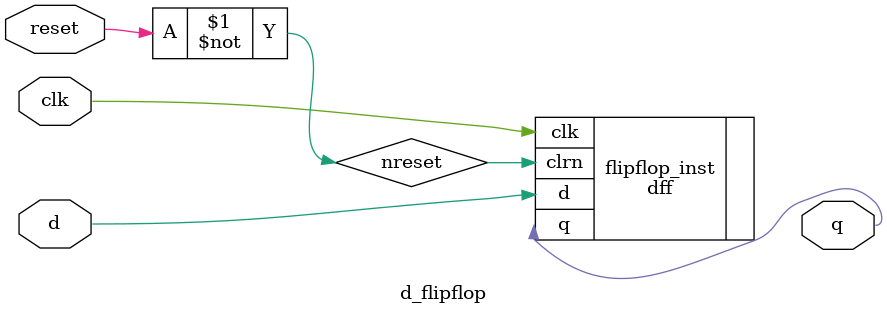
<source format=v>
module d_flipflop (
    input d,
    input  clk,
    input  reset,
    output wire q
);
	wire nreset;
	not(nreset, reset);
	dff flipflop_inst (
		 .d(d),
		 .clk(clk),
		 .clrn(nreset),  
		 .q(q)
);

endmodule
</source>
